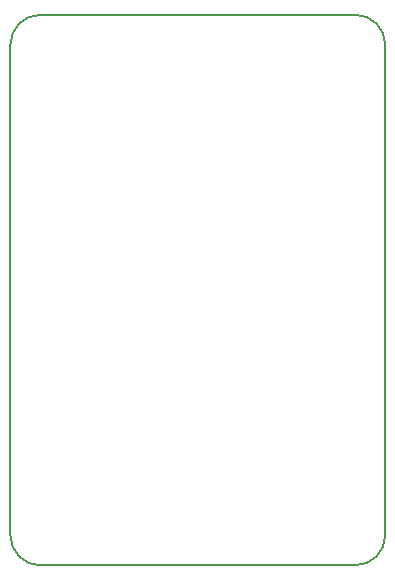
<source format=gbr>
G04 #@! TF.GenerationSoftware,KiCad,Pcbnew,(5.0.2)-1*
G04 #@! TF.CreationDate,2019-03-03T18:02:14-06:00*
G04 #@! TF.ProjectId,IMUBreakout_Hardware,494d5542-7265-4616-9b6f-75745f486172,rev?*
G04 #@! TF.SameCoordinates,Original*
G04 #@! TF.FileFunction,Profile,NP*
%FSLAX46Y46*%
G04 Gerber Fmt 4.6, Leading zero omitted, Abs format (unit mm)*
G04 Created by KiCad (PCBNEW (5.0.2)-1) date 3/3/2019 6:02:14 PM*
%MOMM*%
%LPD*%
G01*
G04 APERTURE LIST*
%ADD10C,0.150000*%
G04 APERTURE END LIST*
D10*
X177292000Y-64579500D02*
X177292000Y-106108500D01*
X174752000Y-62039500D02*
X148082000Y-62039500D01*
X145542000Y-64579500D02*
X145542000Y-106108500D01*
X148082000Y-108648500D02*
G75*
G02X145542000Y-106108500I0J2540000D01*
G01*
X177292000Y-106108500D02*
G75*
G02X174752000Y-108648500I-2540000J0D01*
G01*
X145542000Y-64579500D02*
G75*
G02X148082000Y-62039500I2540000J0D01*
G01*
X174752000Y-62039500D02*
G75*
G02X177292000Y-64579500I0J-2540000D01*
G01*
X148082000Y-108648500D02*
X174752000Y-108648500D01*
M02*

</source>
